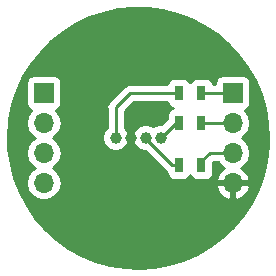
<source format=gbr>
G04 #@! TF.GenerationSoftware,KiCad,Pcbnew,(5.0.0)*
G04 #@! TF.CreationDate,2019-05-30T11:47:06+02:00*
G04 #@! TF.ProjectId,RGBLed_MDversion,5247424C65645F4D4476657273696F6E,rev?*
G04 #@! TF.SameCoordinates,Original*
G04 #@! TF.FileFunction,Copper,L1,Top,Signal*
G04 #@! TF.FilePolarity,Positive*
%FSLAX46Y46*%
G04 Gerber Fmt 4.6, Leading zero omitted, Abs format (unit mm)*
G04 Created by KiCad (PCBNEW (5.0.0)) date 05/30/19 11:47:06*
%MOMM*%
%LPD*%
G01*
G04 APERTURE LIST*
G04 #@! TA.AperFunction,SMDPad,CuDef*
%ADD10R,0.700000X1.300000*%
G04 #@! TD*
G04 #@! TA.AperFunction,ComponentPad*
%ADD11C,1.000000*%
G04 #@! TD*
G04 #@! TA.AperFunction,ComponentPad*
%ADD12O,1.700000X1.700000*%
G04 #@! TD*
G04 #@! TA.AperFunction,ComponentPad*
%ADD13R,1.700000X1.700000*%
G04 #@! TD*
G04 #@! TA.AperFunction,Conductor*
%ADD14C,0.250000*%
G04 #@! TD*
G04 #@! TA.AperFunction,Conductor*
%ADD15C,0.254000*%
G04 #@! TD*
G04 APERTURE END LIST*
D10*
G04 #@! TO.P,R2,2*
G04 #@! TO.N,/G*
X155350000Y-93730000D03*
G04 #@! TO.P,R2,1*
G04 #@! TO.N,Net-(D1-Pad4)*
X153450000Y-93730000D03*
G04 #@! TD*
D11*
G04 #@! TO.P,D1,3*
G04 #@! TO.N,Net-(D1-Pad3)*
X150635000Y-95000000D03*
G04 #@! TO.P,D1,4*
G04 #@! TO.N,Net-(D1-Pad4)*
X151905000Y-95000000D03*
G04 #@! TO.P,D1,1*
G04 #@! TO.N,Net-(D1-Pad1)*
X148095000Y-95000000D03*
G04 #@! TO.P,D1,2*
G04 #@! TO.N,+5V*
X149365000Y-95000000D03*
G04 #@! TD*
D10*
G04 #@! TO.P,R1,1*
G04 #@! TO.N,Net-(D1-Pad1)*
X153450000Y-91200000D03*
G04 #@! TO.P,R1,2*
G04 #@! TO.N,/R*
X155350000Y-91200000D03*
G04 #@! TD*
G04 #@! TO.P,R3,1*
G04 #@! TO.N,Net-(D1-Pad3)*
X153450000Y-97300000D03*
G04 #@! TO.P,R3,2*
G04 #@! TO.N,/B*
X155350000Y-97300000D03*
G04 #@! TD*
D12*
G04 #@! TO.P,J1,4*
G04 #@! TO.N,Net-(J1-Pad4)*
X142000000Y-98810000D03*
G04 #@! TO.P,J1,3*
G04 #@! TO.N,Net-(J1-Pad3)*
X142000000Y-96270000D03*
G04 #@! TO.P,J1,2*
G04 #@! TO.N,Net-(J1-Pad2)*
X142000000Y-93730000D03*
D13*
G04 #@! TO.P,J1,1*
G04 #@! TO.N,Net-(J1-Pad1)*
X142000000Y-91190000D03*
G04 #@! TD*
G04 #@! TO.P,J2,1*
G04 #@! TO.N,/R*
X158000000Y-91190000D03*
D12*
G04 #@! TO.P,J2,2*
G04 #@! TO.N,/G*
X158000000Y-93730000D03*
G04 #@! TO.P,J2,3*
G04 #@! TO.N,/B*
X158000000Y-96270000D03*
G04 #@! TO.P,J2,4*
G04 #@! TO.N,+5V*
X158000000Y-98810000D03*
G04 #@! TD*
D14*
G04 #@! TO.N,Net-(D1-Pad3)*
X150635000Y-95085000D02*
X150635000Y-95000000D01*
X152850000Y-97300000D02*
X150635000Y-95085000D01*
X153450000Y-97300000D02*
X152850000Y-97300000D01*
G04 #@! TO.N,Net-(D1-Pad4)*
X151905000Y-95000000D02*
X151905000Y-94875000D01*
X153175000Y-93730000D02*
X151905000Y-95000000D01*
X153450000Y-93730000D02*
X153175000Y-93730000D01*
G04 #@! TO.N,Net-(D1-Pad1)*
X148095000Y-95000000D02*
X148095000Y-92430000D01*
X148095000Y-92430000D02*
X149335000Y-91190000D01*
X149345000Y-91200000D02*
X149335000Y-91190000D01*
X153450000Y-91200000D02*
X149345000Y-91200000D01*
G04 #@! TO.N,/R*
X157990000Y-91200000D02*
X158000000Y-91190000D01*
X155350000Y-91200000D02*
X157990000Y-91200000D01*
G04 #@! TO.N,/G*
X158000000Y-93730000D02*
X155350000Y-93730000D01*
G04 #@! TO.N,/B*
X155350000Y-97000000D02*
X155350000Y-97300000D01*
X156080000Y-96270000D02*
X155350000Y-97000000D01*
X158000000Y-96270000D02*
X156080000Y-96270000D01*
G04 #@! TD*
D15*
G04 #@! TO.N,+5V*
G36*
X150806719Y-84014581D02*
X152064005Y-84180106D01*
X153293934Y-84489043D01*
X154480204Y-84937297D01*
X155607091Y-85518927D01*
X156659659Y-86226223D01*
X157623957Y-87049811D01*
X158487203Y-87978775D01*
X159237956Y-89000801D01*
X159866265Y-90102344D01*
X160363802Y-91268802D01*
X160723972Y-92484715D01*
X160942001Y-93733967D01*
X161015000Y-95000000D01*
X160993264Y-95691638D01*
X160840915Y-96950588D01*
X160544874Y-98183685D01*
X160109067Y-99374584D01*
X159539270Y-100507500D01*
X158843034Y-101567417D01*
X158029589Y-102540286D01*
X157109716Y-103413213D01*
X156095608Y-104174627D01*
X155000705Y-104814437D01*
X153839521Y-105324161D01*
X152627446Y-105697044D01*
X151380546Y-105928143D01*
X150115347Y-106014396D01*
X148848619Y-105954659D01*
X147597152Y-105749723D01*
X146377534Y-105402306D01*
X145205929Y-104917011D01*
X144097868Y-104300272D01*
X143068036Y-103560263D01*
X142130083Y-102706792D01*
X141296443Y-101751171D01*
X140578163Y-100706068D01*
X139984764Y-99585333D01*
X139524112Y-98403822D01*
X139202313Y-97177196D01*
X139023631Y-95921711D01*
X138990435Y-94654010D01*
X139072900Y-93730000D01*
X140485908Y-93730000D01*
X140601161Y-94309418D01*
X140929375Y-94800625D01*
X141227761Y-95000000D01*
X140929375Y-95199375D01*
X140601161Y-95690582D01*
X140485908Y-96270000D01*
X140601161Y-96849418D01*
X140929375Y-97340625D01*
X141227761Y-97540000D01*
X140929375Y-97739375D01*
X140601161Y-98230582D01*
X140485908Y-98810000D01*
X140601161Y-99389418D01*
X140929375Y-99880625D01*
X141420582Y-100208839D01*
X141853744Y-100295000D01*
X142146256Y-100295000D01*
X142579418Y-100208839D01*
X143070625Y-99880625D01*
X143398839Y-99389418D01*
X143443102Y-99166890D01*
X156558524Y-99166890D01*
X156728355Y-99576924D01*
X157118642Y-100005183D01*
X157643108Y-100251486D01*
X157873000Y-100130819D01*
X157873000Y-98937000D01*
X158127000Y-98937000D01*
X158127000Y-100130819D01*
X158356892Y-100251486D01*
X158881358Y-100005183D01*
X159271645Y-99576924D01*
X159441476Y-99166890D01*
X159320155Y-98937000D01*
X158127000Y-98937000D01*
X157873000Y-98937000D01*
X156679845Y-98937000D01*
X156558524Y-99166890D01*
X143443102Y-99166890D01*
X143514092Y-98810000D01*
X143398839Y-98230582D01*
X143070625Y-97739375D01*
X142772239Y-97540000D01*
X143070625Y-97340625D01*
X143398839Y-96849418D01*
X143514092Y-96270000D01*
X143398839Y-95690582D01*
X143070625Y-95199375D01*
X142772239Y-95000000D01*
X143070625Y-94800625D01*
X143088258Y-94774234D01*
X146960000Y-94774234D01*
X146960000Y-95225766D01*
X147132793Y-95642926D01*
X147452074Y-95962207D01*
X147869234Y-96135000D01*
X148320766Y-96135000D01*
X148737926Y-95962207D01*
X149057207Y-95642926D01*
X149230000Y-95225766D01*
X149230000Y-94774234D01*
X149057207Y-94357074D01*
X148855000Y-94154867D01*
X148855000Y-92744801D01*
X149639802Y-91960000D01*
X152474440Y-91960000D01*
X152501843Y-92097765D01*
X152642191Y-92307809D01*
X152852235Y-92448157D01*
X152936911Y-92465000D01*
X152852235Y-92481843D01*
X152642191Y-92622191D01*
X152501843Y-92832235D01*
X152452560Y-93080000D01*
X152452560Y-93377638D01*
X151965199Y-93865000D01*
X151679234Y-93865000D01*
X151270000Y-94034510D01*
X150860766Y-93865000D01*
X150409234Y-93865000D01*
X149992074Y-94037793D01*
X149672793Y-94357074D01*
X149500000Y-94774234D01*
X149500000Y-95225766D01*
X149672793Y-95642926D01*
X149992074Y-95962207D01*
X150409234Y-96135000D01*
X150610199Y-96135000D01*
X152259671Y-97784473D01*
X152302071Y-97847929D01*
X152452560Y-97948483D01*
X152452560Y-97950000D01*
X152501843Y-98197765D01*
X152642191Y-98407809D01*
X152852235Y-98548157D01*
X153100000Y-98597440D01*
X153800000Y-98597440D01*
X154047765Y-98548157D01*
X154257809Y-98407809D01*
X154398157Y-98197765D01*
X154400000Y-98188500D01*
X154401843Y-98197765D01*
X154542191Y-98407809D01*
X154752235Y-98548157D01*
X155000000Y-98597440D01*
X155700000Y-98597440D01*
X155947765Y-98548157D01*
X156157809Y-98407809D01*
X156298157Y-98197765D01*
X156347440Y-97950000D01*
X156347440Y-97077362D01*
X156394802Y-97030000D01*
X156721822Y-97030000D01*
X156929375Y-97340625D01*
X157248478Y-97553843D01*
X157118642Y-97614817D01*
X156728355Y-98043076D01*
X156558524Y-98453110D01*
X156679845Y-98683000D01*
X157873000Y-98683000D01*
X157873000Y-98663000D01*
X158127000Y-98663000D01*
X158127000Y-98683000D01*
X159320155Y-98683000D01*
X159441476Y-98453110D01*
X159271645Y-98043076D01*
X158881358Y-97614817D01*
X158751522Y-97553843D01*
X159070625Y-97340625D01*
X159398839Y-96849418D01*
X159514092Y-96270000D01*
X159398839Y-95690582D01*
X159070625Y-95199375D01*
X158772239Y-95000000D01*
X159070625Y-94800625D01*
X159398839Y-94309418D01*
X159514092Y-93730000D01*
X159398839Y-93150582D01*
X159070625Y-92659375D01*
X159052381Y-92647184D01*
X159097765Y-92638157D01*
X159307809Y-92497809D01*
X159448157Y-92287765D01*
X159497440Y-92040000D01*
X159497440Y-90340000D01*
X159448157Y-90092235D01*
X159307809Y-89882191D01*
X159097765Y-89741843D01*
X158850000Y-89692560D01*
X157150000Y-89692560D01*
X156902235Y-89741843D01*
X156692191Y-89882191D01*
X156551843Y-90092235D01*
X156502560Y-90340000D01*
X156502560Y-90440000D01*
X156325560Y-90440000D01*
X156298157Y-90302235D01*
X156157809Y-90092191D01*
X155947765Y-89951843D01*
X155700000Y-89902560D01*
X155000000Y-89902560D01*
X154752235Y-89951843D01*
X154542191Y-90092191D01*
X154401843Y-90302235D01*
X154400000Y-90311500D01*
X154398157Y-90302235D01*
X154257809Y-90092191D01*
X154047765Y-89951843D01*
X153800000Y-89902560D01*
X153100000Y-89902560D01*
X152852235Y-89951843D01*
X152642191Y-90092191D01*
X152501843Y-90302235D01*
X152474440Y-90440000D01*
X149460122Y-90440000D01*
X149335000Y-90415112D01*
X149038462Y-90474096D01*
X148850527Y-90599671D01*
X148787071Y-90642071D01*
X148744672Y-90705526D01*
X147610528Y-91839671D01*
X147547072Y-91882071D01*
X147504672Y-91945527D01*
X147504671Y-91945528D01*
X147379097Y-92133463D01*
X147320112Y-92430000D01*
X147335001Y-92504852D01*
X147335000Y-94154867D01*
X147132793Y-94357074D01*
X146960000Y-94774234D01*
X143088258Y-94774234D01*
X143398839Y-94309418D01*
X143514092Y-93730000D01*
X143398839Y-93150582D01*
X143070625Y-92659375D01*
X143052381Y-92647184D01*
X143097765Y-92638157D01*
X143307809Y-92497809D01*
X143448157Y-92287765D01*
X143497440Y-92040000D01*
X143497440Y-90340000D01*
X143448157Y-90092235D01*
X143307809Y-89882191D01*
X143097765Y-89741843D01*
X142850000Y-89692560D01*
X141150000Y-89692560D01*
X140902235Y-89741843D01*
X140692191Y-89882191D01*
X140551843Y-90092235D01*
X140502560Y-90340000D01*
X140502560Y-92040000D01*
X140551843Y-92287765D01*
X140692191Y-92497809D01*
X140902235Y-92638157D01*
X140947619Y-92647184D01*
X140929375Y-92659375D01*
X140601161Y-93150582D01*
X140485908Y-93730000D01*
X139072900Y-93730000D01*
X139103165Y-93390895D01*
X139360327Y-92149108D01*
X139758512Y-90945108D01*
X140292442Y-89794853D01*
X140955041Y-88713590D01*
X141737527Y-87715650D01*
X142629526Y-86814260D01*
X143619218Y-86021367D01*
X144693483Y-85347482D01*
X145838084Y-84801536D01*
X147037848Y-84390764D01*
X148276874Y-84120613D01*
X149538740Y-83994662D01*
X150806719Y-84014581D01*
X150806719Y-84014581D01*
G37*
X150806719Y-84014581D02*
X152064005Y-84180106D01*
X153293934Y-84489043D01*
X154480204Y-84937297D01*
X155607091Y-85518927D01*
X156659659Y-86226223D01*
X157623957Y-87049811D01*
X158487203Y-87978775D01*
X159237956Y-89000801D01*
X159866265Y-90102344D01*
X160363802Y-91268802D01*
X160723972Y-92484715D01*
X160942001Y-93733967D01*
X161015000Y-95000000D01*
X160993264Y-95691638D01*
X160840915Y-96950588D01*
X160544874Y-98183685D01*
X160109067Y-99374584D01*
X159539270Y-100507500D01*
X158843034Y-101567417D01*
X158029589Y-102540286D01*
X157109716Y-103413213D01*
X156095608Y-104174627D01*
X155000705Y-104814437D01*
X153839521Y-105324161D01*
X152627446Y-105697044D01*
X151380546Y-105928143D01*
X150115347Y-106014396D01*
X148848619Y-105954659D01*
X147597152Y-105749723D01*
X146377534Y-105402306D01*
X145205929Y-104917011D01*
X144097868Y-104300272D01*
X143068036Y-103560263D01*
X142130083Y-102706792D01*
X141296443Y-101751171D01*
X140578163Y-100706068D01*
X139984764Y-99585333D01*
X139524112Y-98403822D01*
X139202313Y-97177196D01*
X139023631Y-95921711D01*
X138990435Y-94654010D01*
X139072900Y-93730000D01*
X140485908Y-93730000D01*
X140601161Y-94309418D01*
X140929375Y-94800625D01*
X141227761Y-95000000D01*
X140929375Y-95199375D01*
X140601161Y-95690582D01*
X140485908Y-96270000D01*
X140601161Y-96849418D01*
X140929375Y-97340625D01*
X141227761Y-97540000D01*
X140929375Y-97739375D01*
X140601161Y-98230582D01*
X140485908Y-98810000D01*
X140601161Y-99389418D01*
X140929375Y-99880625D01*
X141420582Y-100208839D01*
X141853744Y-100295000D01*
X142146256Y-100295000D01*
X142579418Y-100208839D01*
X143070625Y-99880625D01*
X143398839Y-99389418D01*
X143443102Y-99166890D01*
X156558524Y-99166890D01*
X156728355Y-99576924D01*
X157118642Y-100005183D01*
X157643108Y-100251486D01*
X157873000Y-100130819D01*
X157873000Y-98937000D01*
X158127000Y-98937000D01*
X158127000Y-100130819D01*
X158356892Y-100251486D01*
X158881358Y-100005183D01*
X159271645Y-99576924D01*
X159441476Y-99166890D01*
X159320155Y-98937000D01*
X158127000Y-98937000D01*
X157873000Y-98937000D01*
X156679845Y-98937000D01*
X156558524Y-99166890D01*
X143443102Y-99166890D01*
X143514092Y-98810000D01*
X143398839Y-98230582D01*
X143070625Y-97739375D01*
X142772239Y-97540000D01*
X143070625Y-97340625D01*
X143398839Y-96849418D01*
X143514092Y-96270000D01*
X143398839Y-95690582D01*
X143070625Y-95199375D01*
X142772239Y-95000000D01*
X143070625Y-94800625D01*
X143088258Y-94774234D01*
X146960000Y-94774234D01*
X146960000Y-95225766D01*
X147132793Y-95642926D01*
X147452074Y-95962207D01*
X147869234Y-96135000D01*
X148320766Y-96135000D01*
X148737926Y-95962207D01*
X149057207Y-95642926D01*
X149230000Y-95225766D01*
X149230000Y-94774234D01*
X149057207Y-94357074D01*
X148855000Y-94154867D01*
X148855000Y-92744801D01*
X149639802Y-91960000D01*
X152474440Y-91960000D01*
X152501843Y-92097765D01*
X152642191Y-92307809D01*
X152852235Y-92448157D01*
X152936911Y-92465000D01*
X152852235Y-92481843D01*
X152642191Y-92622191D01*
X152501843Y-92832235D01*
X152452560Y-93080000D01*
X152452560Y-93377638D01*
X151965199Y-93865000D01*
X151679234Y-93865000D01*
X151270000Y-94034510D01*
X150860766Y-93865000D01*
X150409234Y-93865000D01*
X149992074Y-94037793D01*
X149672793Y-94357074D01*
X149500000Y-94774234D01*
X149500000Y-95225766D01*
X149672793Y-95642926D01*
X149992074Y-95962207D01*
X150409234Y-96135000D01*
X150610199Y-96135000D01*
X152259671Y-97784473D01*
X152302071Y-97847929D01*
X152452560Y-97948483D01*
X152452560Y-97950000D01*
X152501843Y-98197765D01*
X152642191Y-98407809D01*
X152852235Y-98548157D01*
X153100000Y-98597440D01*
X153800000Y-98597440D01*
X154047765Y-98548157D01*
X154257809Y-98407809D01*
X154398157Y-98197765D01*
X154400000Y-98188500D01*
X154401843Y-98197765D01*
X154542191Y-98407809D01*
X154752235Y-98548157D01*
X155000000Y-98597440D01*
X155700000Y-98597440D01*
X155947765Y-98548157D01*
X156157809Y-98407809D01*
X156298157Y-98197765D01*
X156347440Y-97950000D01*
X156347440Y-97077362D01*
X156394802Y-97030000D01*
X156721822Y-97030000D01*
X156929375Y-97340625D01*
X157248478Y-97553843D01*
X157118642Y-97614817D01*
X156728355Y-98043076D01*
X156558524Y-98453110D01*
X156679845Y-98683000D01*
X157873000Y-98683000D01*
X157873000Y-98663000D01*
X158127000Y-98663000D01*
X158127000Y-98683000D01*
X159320155Y-98683000D01*
X159441476Y-98453110D01*
X159271645Y-98043076D01*
X158881358Y-97614817D01*
X158751522Y-97553843D01*
X159070625Y-97340625D01*
X159398839Y-96849418D01*
X159514092Y-96270000D01*
X159398839Y-95690582D01*
X159070625Y-95199375D01*
X158772239Y-95000000D01*
X159070625Y-94800625D01*
X159398839Y-94309418D01*
X159514092Y-93730000D01*
X159398839Y-93150582D01*
X159070625Y-92659375D01*
X159052381Y-92647184D01*
X159097765Y-92638157D01*
X159307809Y-92497809D01*
X159448157Y-92287765D01*
X159497440Y-92040000D01*
X159497440Y-90340000D01*
X159448157Y-90092235D01*
X159307809Y-89882191D01*
X159097765Y-89741843D01*
X158850000Y-89692560D01*
X157150000Y-89692560D01*
X156902235Y-89741843D01*
X156692191Y-89882191D01*
X156551843Y-90092235D01*
X156502560Y-90340000D01*
X156502560Y-90440000D01*
X156325560Y-90440000D01*
X156298157Y-90302235D01*
X156157809Y-90092191D01*
X155947765Y-89951843D01*
X155700000Y-89902560D01*
X155000000Y-89902560D01*
X154752235Y-89951843D01*
X154542191Y-90092191D01*
X154401843Y-90302235D01*
X154400000Y-90311500D01*
X154398157Y-90302235D01*
X154257809Y-90092191D01*
X154047765Y-89951843D01*
X153800000Y-89902560D01*
X153100000Y-89902560D01*
X152852235Y-89951843D01*
X152642191Y-90092191D01*
X152501843Y-90302235D01*
X152474440Y-90440000D01*
X149460122Y-90440000D01*
X149335000Y-90415112D01*
X149038462Y-90474096D01*
X148850527Y-90599671D01*
X148787071Y-90642071D01*
X148744672Y-90705526D01*
X147610528Y-91839671D01*
X147547072Y-91882071D01*
X147504672Y-91945527D01*
X147504671Y-91945528D01*
X147379097Y-92133463D01*
X147320112Y-92430000D01*
X147335001Y-92504852D01*
X147335000Y-94154867D01*
X147132793Y-94357074D01*
X146960000Y-94774234D01*
X143088258Y-94774234D01*
X143398839Y-94309418D01*
X143514092Y-93730000D01*
X143398839Y-93150582D01*
X143070625Y-92659375D01*
X143052381Y-92647184D01*
X143097765Y-92638157D01*
X143307809Y-92497809D01*
X143448157Y-92287765D01*
X143497440Y-92040000D01*
X143497440Y-90340000D01*
X143448157Y-90092235D01*
X143307809Y-89882191D01*
X143097765Y-89741843D01*
X142850000Y-89692560D01*
X141150000Y-89692560D01*
X140902235Y-89741843D01*
X140692191Y-89882191D01*
X140551843Y-90092235D01*
X140502560Y-90340000D01*
X140502560Y-92040000D01*
X140551843Y-92287765D01*
X140692191Y-92497809D01*
X140902235Y-92638157D01*
X140947619Y-92647184D01*
X140929375Y-92659375D01*
X140601161Y-93150582D01*
X140485908Y-93730000D01*
X139072900Y-93730000D01*
X139103165Y-93390895D01*
X139360327Y-92149108D01*
X139758512Y-90945108D01*
X140292442Y-89794853D01*
X140955041Y-88713590D01*
X141737527Y-87715650D01*
X142629526Y-86814260D01*
X143619218Y-86021367D01*
X144693483Y-85347482D01*
X145838084Y-84801536D01*
X147037848Y-84390764D01*
X148276874Y-84120613D01*
X149538740Y-83994662D01*
X150806719Y-84014581D01*
G04 #@! TD*
M02*

</source>
